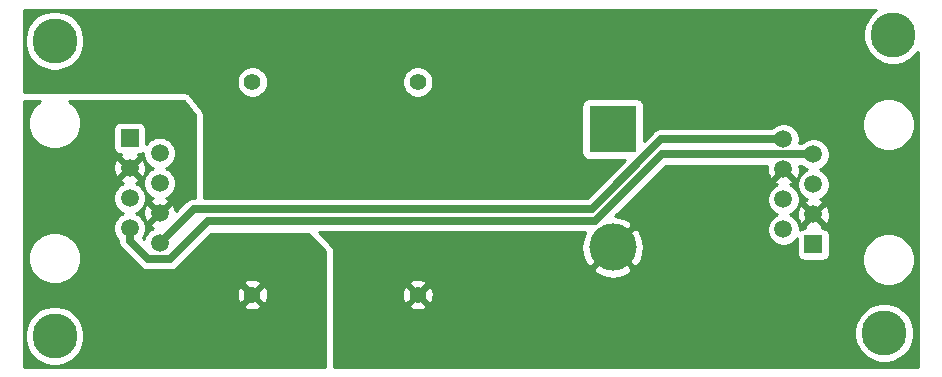
<source format=gbr>
G04 #@! TF.GenerationSoftware,KiCad,Pcbnew,(5.1.4)-1*
G04 #@! TF.CreationDate,2020-02-14T11:12:35-05:00*
G04 #@! TF.ProjectId,PowerFilter,506f7765-7246-4696-9c74-65722e6b6963,rev?*
G04 #@! TF.SameCoordinates,Original*
G04 #@! TF.FileFunction,Copper,L2,Bot*
G04 #@! TF.FilePolarity,Positive*
%FSLAX46Y46*%
G04 Gerber Fmt 4.6, Leading zero omitted, Abs format (unit mm)*
G04 Created by KiCad (PCBNEW (5.1.4)-1) date 2020-02-14 11:12:35*
%MOMM*%
%LPD*%
G04 APERTURE LIST*
%ADD10C,1.400000*%
%ADD11C,3.800000*%
%ADD12C,1.500000*%
%ADD13R,1.500000X1.500000*%
%ADD14C,4.000000*%
%ADD15R,4.000000X4.000000*%
%ADD16C,0.635000*%
%ADD17C,0.254000*%
G04 APERTURE END LIST*
D10*
X92000000Y-61250000D03*
X78000000Y-61250000D03*
X92000000Y-79250000D03*
X78000000Y-79250000D03*
D11*
X132250000Y-57250000D03*
X131500000Y-82500000D03*
X61250000Y-82750000D03*
X61250000Y-57750000D03*
D12*
X122960000Y-66110000D03*
X125500000Y-67380000D03*
X122960000Y-68650000D03*
X125500000Y-69920000D03*
X122960000Y-71190000D03*
X125500000Y-72460000D03*
X122960000Y-73730000D03*
D13*
X125500000Y-75000000D03*
D12*
X70140000Y-74890000D03*
X67600000Y-73620000D03*
X70140000Y-72350000D03*
X67600000Y-71080000D03*
X70140000Y-69810000D03*
X67600000Y-68540000D03*
X70140000Y-67270000D03*
D13*
X67600000Y-66000000D03*
D14*
X108500000Y-75250000D03*
D15*
X108500000Y-65250000D03*
D16*
X121899340Y-66110000D02*
X122960000Y-66110000D01*
X112640000Y-66110000D02*
X121899340Y-66110000D01*
X106750000Y-72000000D02*
X112640000Y-66110000D01*
X70140000Y-74890000D02*
X73030000Y-72000000D01*
X73030000Y-72000000D02*
X106750000Y-72000000D01*
X124439340Y-67380000D02*
X125500000Y-67380000D01*
X112644098Y-67380000D02*
X124439340Y-67380000D01*
X67600000Y-74680660D02*
X69169340Y-76250000D01*
X67600000Y-73620000D02*
X67600000Y-74680660D01*
X71000000Y-76250000D02*
X74250000Y-73000000D01*
X74250000Y-73000000D02*
X107024098Y-73000000D01*
X69169340Y-76250000D02*
X71000000Y-76250000D01*
X107024098Y-73000000D02*
X112644098Y-67380000D01*
D17*
G36*
X130634032Y-55280937D02*
G01*
X130280937Y-55634032D01*
X130003512Y-56049227D01*
X129812418Y-56510568D01*
X129715000Y-57000324D01*
X129715000Y-57499676D01*
X129812418Y-57989432D01*
X130003512Y-58450773D01*
X130280937Y-58865968D01*
X130634032Y-59219063D01*
X131049227Y-59496488D01*
X131510568Y-59687582D01*
X132000324Y-59785000D01*
X132499676Y-59785000D01*
X132989432Y-59687582D01*
X133450773Y-59496488D01*
X133865968Y-59219063D01*
X134219063Y-58865968D01*
X134340001Y-58684972D01*
X134340000Y-85340000D01*
X84885000Y-85340000D01*
X84885000Y-82250324D01*
X128965000Y-82250324D01*
X128965000Y-82749676D01*
X129062418Y-83239432D01*
X129253512Y-83700773D01*
X129530937Y-84115968D01*
X129884032Y-84469063D01*
X130299227Y-84746488D01*
X130760568Y-84937582D01*
X131250324Y-85035000D01*
X131749676Y-85035000D01*
X132239432Y-84937582D01*
X132700773Y-84746488D01*
X133115968Y-84469063D01*
X133469063Y-84115968D01*
X133746488Y-83700773D01*
X133937582Y-83239432D01*
X134035000Y-82749676D01*
X134035000Y-82250324D01*
X133937582Y-81760568D01*
X133746488Y-81299227D01*
X133469063Y-80884032D01*
X133115968Y-80530937D01*
X132700773Y-80253512D01*
X132239432Y-80062418D01*
X131749676Y-79965000D01*
X131250324Y-79965000D01*
X130760568Y-80062418D01*
X130299227Y-80253512D01*
X129884032Y-80530937D01*
X129530937Y-80884032D01*
X129253512Y-81299227D01*
X129062418Y-81760568D01*
X128965000Y-82250324D01*
X84885000Y-82250324D01*
X84885000Y-80171269D01*
X91258336Y-80171269D01*
X91317797Y-80405037D01*
X91556242Y-80515934D01*
X91811740Y-80578183D01*
X92074473Y-80589390D01*
X92334344Y-80549125D01*
X92581366Y-80458935D01*
X92682203Y-80405037D01*
X92741664Y-80171269D01*
X92000000Y-79429605D01*
X91258336Y-80171269D01*
X84885000Y-80171269D01*
X84885000Y-79324473D01*
X90660610Y-79324473D01*
X90700875Y-79584344D01*
X90791065Y-79831366D01*
X90844963Y-79932203D01*
X91078731Y-79991664D01*
X91820395Y-79250000D01*
X92179605Y-79250000D01*
X92921269Y-79991664D01*
X93155037Y-79932203D01*
X93265934Y-79693758D01*
X93328183Y-79438260D01*
X93339390Y-79175527D01*
X93299125Y-78915656D01*
X93208935Y-78668634D01*
X93155037Y-78567797D01*
X92921269Y-78508336D01*
X92179605Y-79250000D01*
X91820395Y-79250000D01*
X91078731Y-78508336D01*
X90844963Y-78567797D01*
X90734066Y-78806242D01*
X90671817Y-79061740D01*
X90660610Y-79324473D01*
X84885000Y-79324473D01*
X84885000Y-78328731D01*
X91258336Y-78328731D01*
X92000000Y-79070395D01*
X92741664Y-78328731D01*
X92682203Y-78094963D01*
X92443758Y-77984066D01*
X92188260Y-77921817D01*
X91925527Y-77910610D01*
X91665656Y-77950875D01*
X91418634Y-78041065D01*
X91317797Y-78094963D01*
X91258336Y-78328731D01*
X84885000Y-78328731D01*
X84885000Y-77097499D01*
X106832106Y-77097499D01*
X107048228Y-77464258D01*
X107508105Y-77704938D01*
X108006098Y-77851275D01*
X108523071Y-77897648D01*
X109039159Y-77842273D01*
X109534526Y-77687279D01*
X109951772Y-77464258D01*
X110167894Y-77097499D01*
X108500000Y-75429605D01*
X106832106Y-77097499D01*
X84885000Y-77097499D01*
X84885000Y-75500000D01*
X84872799Y-75376118D01*
X84836664Y-75256996D01*
X84777983Y-75147213D01*
X84699013Y-75050987D01*
X83600526Y-73952500D01*
X106205003Y-73952500D01*
X106045062Y-74258105D01*
X105898725Y-74756098D01*
X105852352Y-75273071D01*
X105907727Y-75789159D01*
X106062721Y-76284526D01*
X106285742Y-76701772D01*
X106652501Y-76917894D01*
X108320395Y-75250000D01*
X108679605Y-75250000D01*
X110347499Y-76917894D01*
X110714258Y-76701772D01*
X110954938Y-76241895D01*
X111101275Y-75743902D01*
X111147648Y-75226929D01*
X111092273Y-74710841D01*
X110937279Y-74215474D01*
X110714258Y-73798228D01*
X110347499Y-73582106D01*
X108679605Y-75250000D01*
X108320395Y-75250000D01*
X108306253Y-75235858D01*
X108485858Y-75056253D01*
X108500000Y-75070395D01*
X110167894Y-73402501D01*
X109951772Y-73035742D01*
X109491895Y-72795062D01*
X108993902Y-72648725D01*
X108744760Y-72626377D01*
X110317548Y-71053589D01*
X121575000Y-71053589D01*
X121575000Y-71326411D01*
X121628225Y-71593989D01*
X121732629Y-71846043D01*
X121884201Y-72072886D01*
X122077114Y-72265799D01*
X122303957Y-72417371D01*
X122406873Y-72460000D01*
X122303957Y-72502629D01*
X122077114Y-72654201D01*
X121884201Y-72847114D01*
X121732629Y-73073957D01*
X121628225Y-73326011D01*
X121575000Y-73593589D01*
X121575000Y-73866411D01*
X121628225Y-74133989D01*
X121732629Y-74386043D01*
X121884201Y-74612886D01*
X122077114Y-74805799D01*
X122303957Y-74957371D01*
X122556011Y-75061775D01*
X122823589Y-75115000D01*
X123096411Y-75115000D01*
X123363989Y-75061775D01*
X123616043Y-74957371D01*
X123842886Y-74805799D01*
X124035799Y-74612886D01*
X124111928Y-74498951D01*
X124111928Y-75750000D01*
X124124188Y-75874482D01*
X124160498Y-75994180D01*
X124219463Y-76104494D01*
X124298815Y-76201185D01*
X124395506Y-76280537D01*
X124505820Y-76339502D01*
X124625518Y-76375812D01*
X124750000Y-76388072D01*
X126250000Y-76388072D01*
X126374482Y-76375812D01*
X126494180Y-76339502D01*
X126604494Y-76280537D01*
X126701185Y-76201185D01*
X126780537Y-76104494D01*
X126809733Y-76049872D01*
X129615000Y-76049872D01*
X129615000Y-76490128D01*
X129700890Y-76921925D01*
X129869369Y-77328669D01*
X130113962Y-77694729D01*
X130425271Y-78006038D01*
X130791331Y-78250631D01*
X131198075Y-78419110D01*
X131629872Y-78505000D01*
X132070128Y-78505000D01*
X132501925Y-78419110D01*
X132908669Y-78250631D01*
X133274729Y-78006038D01*
X133586038Y-77694729D01*
X133830631Y-77328669D01*
X133999110Y-76921925D01*
X134085000Y-76490128D01*
X134085000Y-76049872D01*
X133999110Y-75618075D01*
X133830631Y-75211331D01*
X133586038Y-74845271D01*
X133274729Y-74533962D01*
X132908669Y-74289369D01*
X132501925Y-74120890D01*
X132070128Y-74035000D01*
X131629872Y-74035000D01*
X131198075Y-74120890D01*
X130791331Y-74289369D01*
X130425271Y-74533962D01*
X130113962Y-74845271D01*
X129869369Y-75211331D01*
X129700890Y-75618075D01*
X129615000Y-76049872D01*
X126809733Y-76049872D01*
X126839502Y-75994180D01*
X126875812Y-75874482D01*
X126888072Y-75750000D01*
X126888072Y-74250000D01*
X126875812Y-74125518D01*
X126839502Y-74005820D01*
X126780537Y-73895506D01*
X126701185Y-73798815D01*
X126604494Y-73719463D01*
X126494180Y-73660498D01*
X126374482Y-73624188D01*
X126250000Y-73611928D01*
X126223914Y-73611928D01*
X126277388Y-73416993D01*
X125500000Y-72639605D01*
X124722612Y-73416993D01*
X124776086Y-73611928D01*
X124750000Y-73611928D01*
X124625518Y-73624188D01*
X124505820Y-73660498D01*
X124395506Y-73719463D01*
X124345000Y-73760912D01*
X124345000Y-73593589D01*
X124291775Y-73326011D01*
X124187371Y-73073957D01*
X124035799Y-72847114D01*
X123842886Y-72654201D01*
X123660737Y-72532492D01*
X124110188Y-72532492D01*
X124151035Y-72802238D01*
X124243723Y-73058832D01*
X124304140Y-73171863D01*
X124543007Y-73237388D01*
X125320395Y-72460000D01*
X125679605Y-72460000D01*
X126456993Y-73237388D01*
X126695860Y-73171863D01*
X126811760Y-72924884D01*
X126877250Y-72660040D01*
X126889812Y-72387508D01*
X126848965Y-72117762D01*
X126756277Y-71861168D01*
X126695860Y-71748137D01*
X126456993Y-71682612D01*
X125679605Y-72460000D01*
X125320395Y-72460000D01*
X124543007Y-71682612D01*
X124304140Y-71748137D01*
X124188240Y-71995116D01*
X124122750Y-72259960D01*
X124110188Y-72532492D01*
X123660737Y-72532492D01*
X123616043Y-72502629D01*
X123513127Y-72460000D01*
X123616043Y-72417371D01*
X123842886Y-72265799D01*
X124035799Y-72072886D01*
X124187371Y-71846043D01*
X124291775Y-71593989D01*
X124345000Y-71326411D01*
X124345000Y-71053589D01*
X124291775Y-70786011D01*
X124187371Y-70533957D01*
X124035799Y-70307114D01*
X123842886Y-70114201D01*
X123616043Y-69962629D01*
X123516721Y-69921489D01*
X123558832Y-69906277D01*
X123671863Y-69845860D01*
X123737388Y-69606993D01*
X122960000Y-68829605D01*
X122182612Y-69606993D01*
X122248137Y-69845860D01*
X122406477Y-69920164D01*
X122303957Y-69962629D01*
X122077114Y-70114201D01*
X121884201Y-70307114D01*
X121732629Y-70533957D01*
X121628225Y-70786011D01*
X121575000Y-71053589D01*
X110317548Y-71053589D01*
X113038637Y-68332500D01*
X121611795Y-68332500D01*
X121582750Y-68449960D01*
X121570188Y-68722492D01*
X121611035Y-68992238D01*
X121703723Y-69248832D01*
X121764140Y-69361863D01*
X122003007Y-69427388D01*
X122780395Y-68650000D01*
X122766253Y-68635858D01*
X122945858Y-68456253D01*
X122960000Y-68470395D01*
X122974143Y-68456253D01*
X123153748Y-68635858D01*
X123139605Y-68650000D01*
X123916993Y-69427388D01*
X124155860Y-69361863D01*
X124271760Y-69114884D01*
X124337250Y-68850040D01*
X124349812Y-68577508D01*
X124312711Y-68332500D01*
X124493815Y-68332500D01*
X124617114Y-68455799D01*
X124843957Y-68607371D01*
X124946873Y-68650000D01*
X124843957Y-68692629D01*
X124617114Y-68844201D01*
X124424201Y-69037114D01*
X124272629Y-69263957D01*
X124168225Y-69516011D01*
X124115000Y-69783589D01*
X124115000Y-70056411D01*
X124168225Y-70323989D01*
X124272629Y-70576043D01*
X124424201Y-70802886D01*
X124617114Y-70995799D01*
X124843957Y-71147371D01*
X124943279Y-71188511D01*
X124901168Y-71203723D01*
X124788137Y-71264140D01*
X124722612Y-71503007D01*
X125500000Y-72280395D01*
X126277388Y-71503007D01*
X126211863Y-71264140D01*
X126053523Y-71189836D01*
X126156043Y-71147371D01*
X126382886Y-70995799D01*
X126575799Y-70802886D01*
X126727371Y-70576043D01*
X126831775Y-70323989D01*
X126885000Y-70056411D01*
X126885000Y-69783589D01*
X126831775Y-69516011D01*
X126727371Y-69263957D01*
X126575799Y-69037114D01*
X126382886Y-68844201D01*
X126156043Y-68692629D01*
X126053127Y-68650000D01*
X126156043Y-68607371D01*
X126382886Y-68455799D01*
X126575799Y-68262886D01*
X126727371Y-68036043D01*
X126831775Y-67783989D01*
X126885000Y-67516411D01*
X126885000Y-67243589D01*
X126831775Y-66976011D01*
X126727371Y-66723957D01*
X126575799Y-66497114D01*
X126382886Y-66304201D01*
X126156043Y-66152629D01*
X125903989Y-66048225D01*
X125636411Y-65995000D01*
X125363589Y-65995000D01*
X125096011Y-66048225D01*
X124843957Y-66152629D01*
X124617114Y-66304201D01*
X124493815Y-66427500D01*
X124308979Y-66427500D01*
X124345000Y-66246411D01*
X124345000Y-65973589D01*
X124291775Y-65706011D01*
X124187371Y-65453957D01*
X124035799Y-65227114D01*
X123842886Y-65034201D01*
X123616043Y-64882629D01*
X123363989Y-64778225D01*
X123096411Y-64725000D01*
X122823589Y-64725000D01*
X122556011Y-64778225D01*
X122303957Y-64882629D01*
X122077114Y-65034201D01*
X121953815Y-65157500D01*
X112686785Y-65157500D01*
X112640000Y-65152892D01*
X112593215Y-65157500D01*
X112453277Y-65171283D01*
X112273731Y-65225748D01*
X112108259Y-65314194D01*
X111963222Y-65433222D01*
X111933397Y-65469564D01*
X111138072Y-66264889D01*
X111138072Y-64619872D01*
X129615000Y-64619872D01*
X129615000Y-65060128D01*
X129700890Y-65491925D01*
X129869369Y-65898669D01*
X130113962Y-66264729D01*
X130425271Y-66576038D01*
X130791331Y-66820631D01*
X131198075Y-66989110D01*
X131629872Y-67075000D01*
X132070128Y-67075000D01*
X132501925Y-66989110D01*
X132908669Y-66820631D01*
X133274729Y-66576038D01*
X133586038Y-66264729D01*
X133830631Y-65898669D01*
X133999110Y-65491925D01*
X134085000Y-65060128D01*
X134085000Y-64619872D01*
X133999110Y-64188075D01*
X133830631Y-63781331D01*
X133586038Y-63415271D01*
X133274729Y-63103962D01*
X132908669Y-62859369D01*
X132501925Y-62690890D01*
X132070128Y-62605000D01*
X131629872Y-62605000D01*
X131198075Y-62690890D01*
X130791331Y-62859369D01*
X130425271Y-63103962D01*
X130113962Y-63415271D01*
X129869369Y-63781331D01*
X129700890Y-64188075D01*
X129615000Y-64619872D01*
X111138072Y-64619872D01*
X111138072Y-63250000D01*
X111125812Y-63125518D01*
X111089502Y-63005820D01*
X111030537Y-62895506D01*
X110951185Y-62798815D01*
X110854494Y-62719463D01*
X110744180Y-62660498D01*
X110624482Y-62624188D01*
X110500000Y-62611928D01*
X106500000Y-62611928D01*
X106375518Y-62624188D01*
X106255820Y-62660498D01*
X106145506Y-62719463D01*
X106048815Y-62798815D01*
X105969463Y-62895506D01*
X105910498Y-63005820D01*
X105874188Y-63125518D01*
X105861928Y-63250000D01*
X105861928Y-67250000D01*
X105874188Y-67374482D01*
X105910498Y-67494180D01*
X105969463Y-67604494D01*
X106048815Y-67701185D01*
X106145506Y-67780537D01*
X106255820Y-67839502D01*
X106375518Y-67875812D01*
X106500000Y-67888072D01*
X109514889Y-67888072D01*
X106355462Y-71047500D01*
X73885000Y-71047500D01*
X73885000Y-64000000D01*
X73859911Y-63823268D01*
X73813713Y-63707677D01*
X73745852Y-63603319D01*
X72745852Y-62353319D01*
X72699013Y-62300987D01*
X72602787Y-62222017D01*
X72493004Y-62163336D01*
X72373882Y-62127201D01*
X72250000Y-62115000D01*
X58660000Y-62115000D01*
X58660000Y-61118514D01*
X76665000Y-61118514D01*
X76665000Y-61381486D01*
X76716304Y-61639405D01*
X76816939Y-61882359D01*
X76963038Y-62101013D01*
X77148987Y-62286962D01*
X77367641Y-62433061D01*
X77610595Y-62533696D01*
X77868514Y-62585000D01*
X78131486Y-62585000D01*
X78389405Y-62533696D01*
X78632359Y-62433061D01*
X78851013Y-62286962D01*
X79036962Y-62101013D01*
X79183061Y-61882359D01*
X79283696Y-61639405D01*
X79335000Y-61381486D01*
X79335000Y-61118514D01*
X90665000Y-61118514D01*
X90665000Y-61381486D01*
X90716304Y-61639405D01*
X90816939Y-61882359D01*
X90963038Y-62101013D01*
X91148987Y-62286962D01*
X91367641Y-62433061D01*
X91610595Y-62533696D01*
X91868514Y-62585000D01*
X92131486Y-62585000D01*
X92389405Y-62533696D01*
X92632359Y-62433061D01*
X92851013Y-62286962D01*
X93036962Y-62101013D01*
X93183061Y-61882359D01*
X93283696Y-61639405D01*
X93335000Y-61381486D01*
X93335000Y-61118514D01*
X93283696Y-60860595D01*
X93183061Y-60617641D01*
X93036962Y-60398987D01*
X92851013Y-60213038D01*
X92632359Y-60066939D01*
X92389405Y-59966304D01*
X92131486Y-59915000D01*
X91868514Y-59915000D01*
X91610595Y-59966304D01*
X91367641Y-60066939D01*
X91148987Y-60213038D01*
X90963038Y-60398987D01*
X90816939Y-60617641D01*
X90716304Y-60860595D01*
X90665000Y-61118514D01*
X79335000Y-61118514D01*
X79283696Y-60860595D01*
X79183061Y-60617641D01*
X79036962Y-60398987D01*
X78851013Y-60213038D01*
X78632359Y-60066939D01*
X78389405Y-59966304D01*
X78131486Y-59915000D01*
X77868514Y-59915000D01*
X77610595Y-59966304D01*
X77367641Y-60066939D01*
X77148987Y-60213038D01*
X76963038Y-60398987D01*
X76816939Y-60617641D01*
X76716304Y-60860595D01*
X76665000Y-61118514D01*
X58660000Y-61118514D01*
X58660000Y-57500324D01*
X58715000Y-57500324D01*
X58715000Y-57999676D01*
X58812418Y-58489432D01*
X59003512Y-58950773D01*
X59280937Y-59365968D01*
X59634032Y-59719063D01*
X60049227Y-59996488D01*
X60510568Y-60187582D01*
X61000324Y-60285000D01*
X61499676Y-60285000D01*
X61989432Y-60187582D01*
X62450773Y-59996488D01*
X62865968Y-59719063D01*
X63219063Y-59365968D01*
X63496488Y-58950773D01*
X63687582Y-58489432D01*
X63785000Y-57999676D01*
X63785000Y-57500324D01*
X63687582Y-57010568D01*
X63496488Y-56549227D01*
X63219063Y-56134032D01*
X62865968Y-55780937D01*
X62450773Y-55503512D01*
X61989432Y-55312418D01*
X61499676Y-55215000D01*
X61000324Y-55215000D01*
X60510568Y-55312418D01*
X60049227Y-55503512D01*
X59634032Y-55780937D01*
X59280937Y-56134032D01*
X59003512Y-56549227D01*
X58812418Y-57010568D01*
X58715000Y-57500324D01*
X58660000Y-57500324D01*
X58660000Y-55160000D01*
X130815027Y-55160000D01*
X130634032Y-55280937D01*
X130634032Y-55280937D01*
G37*
X130634032Y-55280937D02*
X130280937Y-55634032D01*
X130003512Y-56049227D01*
X129812418Y-56510568D01*
X129715000Y-57000324D01*
X129715000Y-57499676D01*
X129812418Y-57989432D01*
X130003512Y-58450773D01*
X130280937Y-58865968D01*
X130634032Y-59219063D01*
X131049227Y-59496488D01*
X131510568Y-59687582D01*
X132000324Y-59785000D01*
X132499676Y-59785000D01*
X132989432Y-59687582D01*
X133450773Y-59496488D01*
X133865968Y-59219063D01*
X134219063Y-58865968D01*
X134340001Y-58684972D01*
X134340000Y-85340000D01*
X84885000Y-85340000D01*
X84885000Y-82250324D01*
X128965000Y-82250324D01*
X128965000Y-82749676D01*
X129062418Y-83239432D01*
X129253512Y-83700773D01*
X129530937Y-84115968D01*
X129884032Y-84469063D01*
X130299227Y-84746488D01*
X130760568Y-84937582D01*
X131250324Y-85035000D01*
X131749676Y-85035000D01*
X132239432Y-84937582D01*
X132700773Y-84746488D01*
X133115968Y-84469063D01*
X133469063Y-84115968D01*
X133746488Y-83700773D01*
X133937582Y-83239432D01*
X134035000Y-82749676D01*
X134035000Y-82250324D01*
X133937582Y-81760568D01*
X133746488Y-81299227D01*
X133469063Y-80884032D01*
X133115968Y-80530937D01*
X132700773Y-80253512D01*
X132239432Y-80062418D01*
X131749676Y-79965000D01*
X131250324Y-79965000D01*
X130760568Y-80062418D01*
X130299227Y-80253512D01*
X129884032Y-80530937D01*
X129530937Y-80884032D01*
X129253512Y-81299227D01*
X129062418Y-81760568D01*
X128965000Y-82250324D01*
X84885000Y-82250324D01*
X84885000Y-80171269D01*
X91258336Y-80171269D01*
X91317797Y-80405037D01*
X91556242Y-80515934D01*
X91811740Y-80578183D01*
X92074473Y-80589390D01*
X92334344Y-80549125D01*
X92581366Y-80458935D01*
X92682203Y-80405037D01*
X92741664Y-80171269D01*
X92000000Y-79429605D01*
X91258336Y-80171269D01*
X84885000Y-80171269D01*
X84885000Y-79324473D01*
X90660610Y-79324473D01*
X90700875Y-79584344D01*
X90791065Y-79831366D01*
X90844963Y-79932203D01*
X91078731Y-79991664D01*
X91820395Y-79250000D01*
X92179605Y-79250000D01*
X92921269Y-79991664D01*
X93155037Y-79932203D01*
X93265934Y-79693758D01*
X93328183Y-79438260D01*
X93339390Y-79175527D01*
X93299125Y-78915656D01*
X93208935Y-78668634D01*
X93155037Y-78567797D01*
X92921269Y-78508336D01*
X92179605Y-79250000D01*
X91820395Y-79250000D01*
X91078731Y-78508336D01*
X90844963Y-78567797D01*
X90734066Y-78806242D01*
X90671817Y-79061740D01*
X90660610Y-79324473D01*
X84885000Y-79324473D01*
X84885000Y-78328731D01*
X91258336Y-78328731D01*
X92000000Y-79070395D01*
X92741664Y-78328731D01*
X92682203Y-78094963D01*
X92443758Y-77984066D01*
X92188260Y-77921817D01*
X91925527Y-77910610D01*
X91665656Y-77950875D01*
X91418634Y-78041065D01*
X91317797Y-78094963D01*
X91258336Y-78328731D01*
X84885000Y-78328731D01*
X84885000Y-77097499D01*
X106832106Y-77097499D01*
X107048228Y-77464258D01*
X107508105Y-77704938D01*
X108006098Y-77851275D01*
X108523071Y-77897648D01*
X109039159Y-77842273D01*
X109534526Y-77687279D01*
X109951772Y-77464258D01*
X110167894Y-77097499D01*
X108500000Y-75429605D01*
X106832106Y-77097499D01*
X84885000Y-77097499D01*
X84885000Y-75500000D01*
X84872799Y-75376118D01*
X84836664Y-75256996D01*
X84777983Y-75147213D01*
X84699013Y-75050987D01*
X83600526Y-73952500D01*
X106205003Y-73952500D01*
X106045062Y-74258105D01*
X105898725Y-74756098D01*
X105852352Y-75273071D01*
X105907727Y-75789159D01*
X106062721Y-76284526D01*
X106285742Y-76701772D01*
X106652501Y-76917894D01*
X108320395Y-75250000D01*
X108679605Y-75250000D01*
X110347499Y-76917894D01*
X110714258Y-76701772D01*
X110954938Y-76241895D01*
X111101275Y-75743902D01*
X111147648Y-75226929D01*
X111092273Y-74710841D01*
X110937279Y-74215474D01*
X110714258Y-73798228D01*
X110347499Y-73582106D01*
X108679605Y-75250000D01*
X108320395Y-75250000D01*
X108306253Y-75235858D01*
X108485858Y-75056253D01*
X108500000Y-75070395D01*
X110167894Y-73402501D01*
X109951772Y-73035742D01*
X109491895Y-72795062D01*
X108993902Y-72648725D01*
X108744760Y-72626377D01*
X110317548Y-71053589D01*
X121575000Y-71053589D01*
X121575000Y-71326411D01*
X121628225Y-71593989D01*
X121732629Y-71846043D01*
X121884201Y-72072886D01*
X122077114Y-72265799D01*
X122303957Y-72417371D01*
X122406873Y-72460000D01*
X122303957Y-72502629D01*
X122077114Y-72654201D01*
X121884201Y-72847114D01*
X121732629Y-73073957D01*
X121628225Y-73326011D01*
X121575000Y-73593589D01*
X121575000Y-73866411D01*
X121628225Y-74133989D01*
X121732629Y-74386043D01*
X121884201Y-74612886D01*
X122077114Y-74805799D01*
X122303957Y-74957371D01*
X122556011Y-75061775D01*
X122823589Y-75115000D01*
X123096411Y-75115000D01*
X123363989Y-75061775D01*
X123616043Y-74957371D01*
X123842886Y-74805799D01*
X124035799Y-74612886D01*
X124111928Y-74498951D01*
X124111928Y-75750000D01*
X124124188Y-75874482D01*
X124160498Y-75994180D01*
X124219463Y-76104494D01*
X124298815Y-76201185D01*
X124395506Y-76280537D01*
X124505820Y-76339502D01*
X124625518Y-76375812D01*
X124750000Y-76388072D01*
X126250000Y-76388072D01*
X126374482Y-76375812D01*
X126494180Y-76339502D01*
X126604494Y-76280537D01*
X126701185Y-76201185D01*
X126780537Y-76104494D01*
X126809733Y-76049872D01*
X129615000Y-76049872D01*
X129615000Y-76490128D01*
X129700890Y-76921925D01*
X129869369Y-77328669D01*
X130113962Y-77694729D01*
X130425271Y-78006038D01*
X130791331Y-78250631D01*
X131198075Y-78419110D01*
X131629872Y-78505000D01*
X132070128Y-78505000D01*
X132501925Y-78419110D01*
X132908669Y-78250631D01*
X133274729Y-78006038D01*
X133586038Y-77694729D01*
X133830631Y-77328669D01*
X133999110Y-76921925D01*
X134085000Y-76490128D01*
X134085000Y-76049872D01*
X133999110Y-75618075D01*
X133830631Y-75211331D01*
X133586038Y-74845271D01*
X133274729Y-74533962D01*
X132908669Y-74289369D01*
X132501925Y-74120890D01*
X132070128Y-74035000D01*
X131629872Y-74035000D01*
X131198075Y-74120890D01*
X130791331Y-74289369D01*
X130425271Y-74533962D01*
X130113962Y-74845271D01*
X129869369Y-75211331D01*
X129700890Y-75618075D01*
X129615000Y-76049872D01*
X126809733Y-76049872D01*
X126839502Y-75994180D01*
X126875812Y-75874482D01*
X126888072Y-75750000D01*
X126888072Y-74250000D01*
X126875812Y-74125518D01*
X126839502Y-74005820D01*
X126780537Y-73895506D01*
X126701185Y-73798815D01*
X126604494Y-73719463D01*
X126494180Y-73660498D01*
X126374482Y-73624188D01*
X126250000Y-73611928D01*
X126223914Y-73611928D01*
X126277388Y-73416993D01*
X125500000Y-72639605D01*
X124722612Y-73416993D01*
X124776086Y-73611928D01*
X124750000Y-73611928D01*
X124625518Y-73624188D01*
X124505820Y-73660498D01*
X124395506Y-73719463D01*
X124345000Y-73760912D01*
X124345000Y-73593589D01*
X124291775Y-73326011D01*
X124187371Y-73073957D01*
X124035799Y-72847114D01*
X123842886Y-72654201D01*
X123660737Y-72532492D01*
X124110188Y-72532492D01*
X124151035Y-72802238D01*
X124243723Y-73058832D01*
X124304140Y-73171863D01*
X124543007Y-73237388D01*
X125320395Y-72460000D01*
X125679605Y-72460000D01*
X126456993Y-73237388D01*
X126695860Y-73171863D01*
X126811760Y-72924884D01*
X126877250Y-72660040D01*
X126889812Y-72387508D01*
X126848965Y-72117762D01*
X126756277Y-71861168D01*
X126695860Y-71748137D01*
X126456993Y-71682612D01*
X125679605Y-72460000D01*
X125320395Y-72460000D01*
X124543007Y-71682612D01*
X124304140Y-71748137D01*
X124188240Y-71995116D01*
X124122750Y-72259960D01*
X124110188Y-72532492D01*
X123660737Y-72532492D01*
X123616043Y-72502629D01*
X123513127Y-72460000D01*
X123616043Y-72417371D01*
X123842886Y-72265799D01*
X124035799Y-72072886D01*
X124187371Y-71846043D01*
X124291775Y-71593989D01*
X124345000Y-71326411D01*
X124345000Y-71053589D01*
X124291775Y-70786011D01*
X124187371Y-70533957D01*
X124035799Y-70307114D01*
X123842886Y-70114201D01*
X123616043Y-69962629D01*
X123516721Y-69921489D01*
X123558832Y-69906277D01*
X123671863Y-69845860D01*
X123737388Y-69606993D01*
X122960000Y-68829605D01*
X122182612Y-69606993D01*
X122248137Y-69845860D01*
X122406477Y-69920164D01*
X122303957Y-69962629D01*
X122077114Y-70114201D01*
X121884201Y-70307114D01*
X121732629Y-70533957D01*
X121628225Y-70786011D01*
X121575000Y-71053589D01*
X110317548Y-71053589D01*
X113038637Y-68332500D01*
X121611795Y-68332500D01*
X121582750Y-68449960D01*
X121570188Y-68722492D01*
X121611035Y-68992238D01*
X121703723Y-69248832D01*
X121764140Y-69361863D01*
X122003007Y-69427388D01*
X122780395Y-68650000D01*
X122766253Y-68635858D01*
X122945858Y-68456253D01*
X122960000Y-68470395D01*
X122974143Y-68456253D01*
X123153748Y-68635858D01*
X123139605Y-68650000D01*
X123916993Y-69427388D01*
X124155860Y-69361863D01*
X124271760Y-69114884D01*
X124337250Y-68850040D01*
X124349812Y-68577508D01*
X124312711Y-68332500D01*
X124493815Y-68332500D01*
X124617114Y-68455799D01*
X124843957Y-68607371D01*
X124946873Y-68650000D01*
X124843957Y-68692629D01*
X124617114Y-68844201D01*
X124424201Y-69037114D01*
X124272629Y-69263957D01*
X124168225Y-69516011D01*
X124115000Y-69783589D01*
X124115000Y-70056411D01*
X124168225Y-70323989D01*
X124272629Y-70576043D01*
X124424201Y-70802886D01*
X124617114Y-70995799D01*
X124843957Y-71147371D01*
X124943279Y-71188511D01*
X124901168Y-71203723D01*
X124788137Y-71264140D01*
X124722612Y-71503007D01*
X125500000Y-72280395D01*
X126277388Y-71503007D01*
X126211863Y-71264140D01*
X126053523Y-71189836D01*
X126156043Y-71147371D01*
X126382886Y-70995799D01*
X126575799Y-70802886D01*
X126727371Y-70576043D01*
X126831775Y-70323989D01*
X126885000Y-70056411D01*
X126885000Y-69783589D01*
X126831775Y-69516011D01*
X126727371Y-69263957D01*
X126575799Y-69037114D01*
X126382886Y-68844201D01*
X126156043Y-68692629D01*
X126053127Y-68650000D01*
X126156043Y-68607371D01*
X126382886Y-68455799D01*
X126575799Y-68262886D01*
X126727371Y-68036043D01*
X126831775Y-67783989D01*
X126885000Y-67516411D01*
X126885000Y-67243589D01*
X126831775Y-66976011D01*
X126727371Y-66723957D01*
X126575799Y-66497114D01*
X126382886Y-66304201D01*
X126156043Y-66152629D01*
X125903989Y-66048225D01*
X125636411Y-65995000D01*
X125363589Y-65995000D01*
X125096011Y-66048225D01*
X124843957Y-66152629D01*
X124617114Y-66304201D01*
X124493815Y-66427500D01*
X124308979Y-66427500D01*
X124345000Y-66246411D01*
X124345000Y-65973589D01*
X124291775Y-65706011D01*
X124187371Y-65453957D01*
X124035799Y-65227114D01*
X123842886Y-65034201D01*
X123616043Y-64882629D01*
X123363989Y-64778225D01*
X123096411Y-64725000D01*
X122823589Y-64725000D01*
X122556011Y-64778225D01*
X122303957Y-64882629D01*
X122077114Y-65034201D01*
X121953815Y-65157500D01*
X112686785Y-65157500D01*
X112640000Y-65152892D01*
X112593215Y-65157500D01*
X112453277Y-65171283D01*
X112273731Y-65225748D01*
X112108259Y-65314194D01*
X111963222Y-65433222D01*
X111933397Y-65469564D01*
X111138072Y-66264889D01*
X111138072Y-64619872D01*
X129615000Y-64619872D01*
X129615000Y-65060128D01*
X129700890Y-65491925D01*
X129869369Y-65898669D01*
X130113962Y-66264729D01*
X130425271Y-66576038D01*
X130791331Y-66820631D01*
X131198075Y-66989110D01*
X131629872Y-67075000D01*
X132070128Y-67075000D01*
X132501925Y-66989110D01*
X132908669Y-66820631D01*
X133274729Y-66576038D01*
X133586038Y-66264729D01*
X133830631Y-65898669D01*
X133999110Y-65491925D01*
X134085000Y-65060128D01*
X134085000Y-64619872D01*
X133999110Y-64188075D01*
X133830631Y-63781331D01*
X133586038Y-63415271D01*
X133274729Y-63103962D01*
X132908669Y-62859369D01*
X132501925Y-62690890D01*
X132070128Y-62605000D01*
X131629872Y-62605000D01*
X131198075Y-62690890D01*
X130791331Y-62859369D01*
X130425271Y-63103962D01*
X130113962Y-63415271D01*
X129869369Y-63781331D01*
X129700890Y-64188075D01*
X129615000Y-64619872D01*
X111138072Y-64619872D01*
X111138072Y-63250000D01*
X111125812Y-63125518D01*
X111089502Y-63005820D01*
X111030537Y-62895506D01*
X110951185Y-62798815D01*
X110854494Y-62719463D01*
X110744180Y-62660498D01*
X110624482Y-62624188D01*
X110500000Y-62611928D01*
X106500000Y-62611928D01*
X106375518Y-62624188D01*
X106255820Y-62660498D01*
X106145506Y-62719463D01*
X106048815Y-62798815D01*
X105969463Y-62895506D01*
X105910498Y-63005820D01*
X105874188Y-63125518D01*
X105861928Y-63250000D01*
X105861928Y-67250000D01*
X105874188Y-67374482D01*
X105910498Y-67494180D01*
X105969463Y-67604494D01*
X106048815Y-67701185D01*
X106145506Y-67780537D01*
X106255820Y-67839502D01*
X106375518Y-67875812D01*
X106500000Y-67888072D01*
X109514889Y-67888072D01*
X106355462Y-71047500D01*
X73885000Y-71047500D01*
X73885000Y-64000000D01*
X73859911Y-63823268D01*
X73813713Y-63707677D01*
X73745852Y-63603319D01*
X72745852Y-62353319D01*
X72699013Y-62300987D01*
X72602787Y-62222017D01*
X72493004Y-62163336D01*
X72373882Y-62127201D01*
X72250000Y-62115000D01*
X58660000Y-62115000D01*
X58660000Y-61118514D01*
X76665000Y-61118514D01*
X76665000Y-61381486D01*
X76716304Y-61639405D01*
X76816939Y-61882359D01*
X76963038Y-62101013D01*
X77148987Y-62286962D01*
X77367641Y-62433061D01*
X77610595Y-62533696D01*
X77868514Y-62585000D01*
X78131486Y-62585000D01*
X78389405Y-62533696D01*
X78632359Y-62433061D01*
X78851013Y-62286962D01*
X79036962Y-62101013D01*
X79183061Y-61882359D01*
X79283696Y-61639405D01*
X79335000Y-61381486D01*
X79335000Y-61118514D01*
X90665000Y-61118514D01*
X90665000Y-61381486D01*
X90716304Y-61639405D01*
X90816939Y-61882359D01*
X90963038Y-62101013D01*
X91148987Y-62286962D01*
X91367641Y-62433061D01*
X91610595Y-62533696D01*
X91868514Y-62585000D01*
X92131486Y-62585000D01*
X92389405Y-62533696D01*
X92632359Y-62433061D01*
X92851013Y-62286962D01*
X93036962Y-62101013D01*
X93183061Y-61882359D01*
X93283696Y-61639405D01*
X93335000Y-61381486D01*
X93335000Y-61118514D01*
X93283696Y-60860595D01*
X93183061Y-60617641D01*
X93036962Y-60398987D01*
X92851013Y-60213038D01*
X92632359Y-60066939D01*
X92389405Y-59966304D01*
X92131486Y-59915000D01*
X91868514Y-59915000D01*
X91610595Y-59966304D01*
X91367641Y-60066939D01*
X91148987Y-60213038D01*
X90963038Y-60398987D01*
X90816939Y-60617641D01*
X90716304Y-60860595D01*
X90665000Y-61118514D01*
X79335000Y-61118514D01*
X79283696Y-60860595D01*
X79183061Y-60617641D01*
X79036962Y-60398987D01*
X78851013Y-60213038D01*
X78632359Y-60066939D01*
X78389405Y-59966304D01*
X78131486Y-59915000D01*
X77868514Y-59915000D01*
X77610595Y-59966304D01*
X77367641Y-60066939D01*
X77148987Y-60213038D01*
X76963038Y-60398987D01*
X76816939Y-60617641D01*
X76716304Y-60860595D01*
X76665000Y-61118514D01*
X58660000Y-61118514D01*
X58660000Y-57500324D01*
X58715000Y-57500324D01*
X58715000Y-57999676D01*
X58812418Y-58489432D01*
X59003512Y-58950773D01*
X59280937Y-59365968D01*
X59634032Y-59719063D01*
X60049227Y-59996488D01*
X60510568Y-60187582D01*
X61000324Y-60285000D01*
X61499676Y-60285000D01*
X61989432Y-60187582D01*
X62450773Y-59996488D01*
X62865968Y-59719063D01*
X63219063Y-59365968D01*
X63496488Y-58950773D01*
X63687582Y-58489432D01*
X63785000Y-57999676D01*
X63785000Y-57500324D01*
X63687582Y-57010568D01*
X63496488Y-56549227D01*
X63219063Y-56134032D01*
X62865968Y-55780937D01*
X62450773Y-55503512D01*
X61989432Y-55312418D01*
X61499676Y-55215000D01*
X61000324Y-55215000D01*
X60510568Y-55312418D01*
X60049227Y-55503512D01*
X59634032Y-55780937D01*
X59280937Y-56134032D01*
X59003512Y-56549227D01*
X58812418Y-57010568D01*
X58715000Y-57500324D01*
X58660000Y-57500324D01*
X58660000Y-55160000D01*
X130815027Y-55160000D01*
X130634032Y-55280937D01*
G36*
X59825271Y-62993962D02*
G01*
X59513962Y-63305271D01*
X59269369Y-63671331D01*
X59100890Y-64078075D01*
X59015000Y-64509872D01*
X59015000Y-64950128D01*
X59100890Y-65381925D01*
X59269369Y-65788669D01*
X59513962Y-66154729D01*
X59825271Y-66466038D01*
X60191331Y-66710631D01*
X60598075Y-66879110D01*
X61029872Y-66965000D01*
X61470128Y-66965000D01*
X61901925Y-66879110D01*
X62308669Y-66710631D01*
X62674729Y-66466038D01*
X62986038Y-66154729D01*
X63230631Y-65788669D01*
X63399110Y-65381925D01*
X63425351Y-65250000D01*
X66211928Y-65250000D01*
X66211928Y-66750000D01*
X66224188Y-66874482D01*
X66260498Y-66994180D01*
X66319463Y-67104494D01*
X66398815Y-67201185D01*
X66495506Y-67280537D01*
X66605820Y-67339502D01*
X66725518Y-67375812D01*
X66850000Y-67388072D01*
X66876086Y-67388072D01*
X66822612Y-67583007D01*
X67600000Y-68360395D01*
X68377388Y-67583007D01*
X68323914Y-67388072D01*
X68350000Y-67388072D01*
X68474482Y-67375812D01*
X68594180Y-67339502D01*
X68704494Y-67280537D01*
X68755000Y-67239088D01*
X68755000Y-67406411D01*
X68808225Y-67673989D01*
X68912629Y-67926043D01*
X69064201Y-68152886D01*
X69257114Y-68345799D01*
X69483957Y-68497371D01*
X69586873Y-68540000D01*
X69483957Y-68582629D01*
X69257114Y-68734201D01*
X69064201Y-68927114D01*
X68912629Y-69153957D01*
X68808225Y-69406011D01*
X68755000Y-69673589D01*
X68755000Y-69946411D01*
X68808225Y-70213989D01*
X68912629Y-70466043D01*
X69064201Y-70692886D01*
X69257114Y-70885799D01*
X69483957Y-71037371D01*
X69583279Y-71078511D01*
X69541168Y-71093723D01*
X69428137Y-71154140D01*
X69362612Y-71393007D01*
X70140000Y-72170395D01*
X70917388Y-71393007D01*
X70851863Y-71154140D01*
X70693523Y-71079836D01*
X70796043Y-71037371D01*
X71022886Y-70885799D01*
X71215799Y-70692886D01*
X71367371Y-70466043D01*
X71471775Y-70213989D01*
X71525000Y-69946411D01*
X71525000Y-69673589D01*
X71471775Y-69406011D01*
X71367371Y-69153957D01*
X71215799Y-68927114D01*
X71022886Y-68734201D01*
X70796043Y-68582629D01*
X70693127Y-68540000D01*
X70796043Y-68497371D01*
X71022886Y-68345799D01*
X71215799Y-68152886D01*
X71367371Y-67926043D01*
X71471775Y-67673989D01*
X71525000Y-67406411D01*
X71525000Y-67133589D01*
X71471775Y-66866011D01*
X71367371Y-66613957D01*
X71215799Y-66387114D01*
X71022886Y-66194201D01*
X70796043Y-66042629D01*
X70543989Y-65938225D01*
X70276411Y-65885000D01*
X70003589Y-65885000D01*
X69736011Y-65938225D01*
X69483957Y-66042629D01*
X69257114Y-66194201D01*
X69064201Y-66387114D01*
X68988072Y-66501049D01*
X68988072Y-65250000D01*
X68975812Y-65125518D01*
X68939502Y-65005820D01*
X68880537Y-64895506D01*
X68801185Y-64798815D01*
X68704494Y-64719463D01*
X68594180Y-64660498D01*
X68474482Y-64624188D01*
X68350000Y-64611928D01*
X66850000Y-64611928D01*
X66725518Y-64624188D01*
X66605820Y-64660498D01*
X66495506Y-64719463D01*
X66398815Y-64798815D01*
X66319463Y-64895506D01*
X66260498Y-65005820D01*
X66224188Y-65125518D01*
X66211928Y-65250000D01*
X63425351Y-65250000D01*
X63485000Y-64950128D01*
X63485000Y-64509872D01*
X63399110Y-64078075D01*
X63230631Y-63671331D01*
X62986038Y-63305271D01*
X62674729Y-62993962D01*
X62499683Y-62877000D01*
X72188961Y-62877000D01*
X73123000Y-64044549D01*
X73123000Y-71047500D01*
X73076784Y-71047500D01*
X73029999Y-71042892D01*
X72843277Y-71061283D01*
X72663731Y-71115748D01*
X72498259Y-71204194D01*
X72353222Y-71323222D01*
X72323397Y-71359564D01*
X71513457Y-72169504D01*
X71488965Y-72007762D01*
X71396277Y-71751168D01*
X71335860Y-71638137D01*
X71096993Y-71572612D01*
X70319605Y-72350000D01*
X70333748Y-72364143D01*
X70154143Y-72543748D01*
X70140000Y-72529605D01*
X69362612Y-73306993D01*
X69428137Y-73545860D01*
X69586477Y-73620164D01*
X69483957Y-73662629D01*
X69257114Y-73814201D01*
X69064201Y-74007114D01*
X68912629Y-74233957D01*
X68808225Y-74486011D01*
X68798961Y-74532583D01*
X68713236Y-74446858D01*
X68827371Y-74276043D01*
X68931775Y-74023989D01*
X68985000Y-73756411D01*
X68985000Y-73483589D01*
X68931775Y-73216011D01*
X68827371Y-72963957D01*
X68675799Y-72737114D01*
X68482886Y-72544201D01*
X68300737Y-72422492D01*
X68750188Y-72422492D01*
X68791035Y-72692238D01*
X68883723Y-72948832D01*
X68944140Y-73061863D01*
X69183007Y-73127388D01*
X69960395Y-72350000D01*
X69183007Y-71572612D01*
X68944140Y-71638137D01*
X68828240Y-71885116D01*
X68762750Y-72149960D01*
X68750188Y-72422492D01*
X68300737Y-72422492D01*
X68256043Y-72392629D01*
X68153127Y-72350000D01*
X68256043Y-72307371D01*
X68482886Y-72155799D01*
X68675799Y-71962886D01*
X68827371Y-71736043D01*
X68931775Y-71483989D01*
X68985000Y-71216411D01*
X68985000Y-70943589D01*
X68931775Y-70676011D01*
X68827371Y-70423957D01*
X68675799Y-70197114D01*
X68482886Y-70004201D01*
X68256043Y-69852629D01*
X68156721Y-69811489D01*
X68198832Y-69796277D01*
X68311863Y-69735860D01*
X68377388Y-69496993D01*
X67600000Y-68719605D01*
X66822612Y-69496993D01*
X66888137Y-69735860D01*
X67046477Y-69810164D01*
X66943957Y-69852629D01*
X66717114Y-70004201D01*
X66524201Y-70197114D01*
X66372629Y-70423957D01*
X66268225Y-70676011D01*
X66215000Y-70943589D01*
X66215000Y-71216411D01*
X66268225Y-71483989D01*
X66372629Y-71736043D01*
X66524201Y-71962886D01*
X66717114Y-72155799D01*
X66943957Y-72307371D01*
X67046873Y-72350000D01*
X66943957Y-72392629D01*
X66717114Y-72544201D01*
X66524201Y-72737114D01*
X66372629Y-72963957D01*
X66268225Y-73216011D01*
X66215000Y-73483589D01*
X66215000Y-73756411D01*
X66268225Y-74023989D01*
X66372629Y-74276043D01*
X66524201Y-74502886D01*
X66647501Y-74626186D01*
X66647501Y-74633866D01*
X66642892Y-74680660D01*
X66661283Y-74867382D01*
X66715749Y-75046929D01*
X66731674Y-75076722D01*
X66804195Y-75212401D01*
X66923223Y-75357438D01*
X66959564Y-75387262D01*
X68462737Y-76890436D01*
X68492562Y-76926778D01*
X68637599Y-77045806D01*
X68803071Y-77134252D01*
X68982617Y-77188717D01*
X69169340Y-77207108D01*
X69216125Y-77202500D01*
X70953215Y-77202500D01*
X71000000Y-77207108D01*
X71046785Y-77202500D01*
X71186723Y-77188717D01*
X71366269Y-77134252D01*
X71531741Y-77045806D01*
X71676778Y-76926778D01*
X71706607Y-76890431D01*
X74470039Y-74127000D01*
X82697394Y-74127000D01*
X84123000Y-75552606D01*
X84123000Y-85340000D01*
X58660000Y-85340000D01*
X58660000Y-82500324D01*
X58715000Y-82500324D01*
X58715000Y-82999676D01*
X58812418Y-83489432D01*
X59003512Y-83950773D01*
X59280937Y-84365968D01*
X59634032Y-84719063D01*
X60049227Y-84996488D01*
X60510568Y-85187582D01*
X61000324Y-85285000D01*
X61499676Y-85285000D01*
X61989432Y-85187582D01*
X62450773Y-84996488D01*
X62865968Y-84719063D01*
X63219063Y-84365968D01*
X63496488Y-83950773D01*
X63687582Y-83489432D01*
X63785000Y-82999676D01*
X63785000Y-82500324D01*
X63687582Y-82010568D01*
X63496488Y-81549227D01*
X63219063Y-81134032D01*
X62865968Y-80780937D01*
X62450773Y-80503512D01*
X61989432Y-80312418D01*
X61499676Y-80215000D01*
X61000324Y-80215000D01*
X60510568Y-80312418D01*
X60049227Y-80503512D01*
X59634032Y-80780937D01*
X59280937Y-81134032D01*
X59003512Y-81549227D01*
X58812418Y-82010568D01*
X58715000Y-82500324D01*
X58660000Y-82500324D01*
X58660000Y-80171269D01*
X77258336Y-80171269D01*
X77317797Y-80405037D01*
X77556242Y-80515934D01*
X77811740Y-80578183D01*
X78074473Y-80589390D01*
X78334344Y-80549125D01*
X78581366Y-80458935D01*
X78682203Y-80405037D01*
X78741664Y-80171269D01*
X78000000Y-79429605D01*
X77258336Y-80171269D01*
X58660000Y-80171269D01*
X58660000Y-79324473D01*
X76660610Y-79324473D01*
X76700875Y-79584344D01*
X76791065Y-79831366D01*
X76844963Y-79932203D01*
X77078731Y-79991664D01*
X77820395Y-79250000D01*
X78179605Y-79250000D01*
X78921269Y-79991664D01*
X79155037Y-79932203D01*
X79265934Y-79693758D01*
X79328183Y-79438260D01*
X79339390Y-79175527D01*
X79299125Y-78915656D01*
X79208935Y-78668634D01*
X79155037Y-78567797D01*
X78921269Y-78508336D01*
X78179605Y-79250000D01*
X77820395Y-79250000D01*
X77078731Y-78508336D01*
X76844963Y-78567797D01*
X76734066Y-78806242D01*
X76671817Y-79061740D01*
X76660610Y-79324473D01*
X58660000Y-79324473D01*
X58660000Y-75939872D01*
X59015000Y-75939872D01*
X59015000Y-76380128D01*
X59100890Y-76811925D01*
X59269369Y-77218669D01*
X59513962Y-77584729D01*
X59825271Y-77896038D01*
X60191331Y-78140631D01*
X60598075Y-78309110D01*
X61029872Y-78395000D01*
X61470128Y-78395000D01*
X61803283Y-78328731D01*
X77258336Y-78328731D01*
X78000000Y-79070395D01*
X78741664Y-78328731D01*
X78682203Y-78094963D01*
X78443758Y-77984066D01*
X78188260Y-77921817D01*
X77925527Y-77910610D01*
X77665656Y-77950875D01*
X77418634Y-78041065D01*
X77317797Y-78094963D01*
X77258336Y-78328731D01*
X61803283Y-78328731D01*
X61901925Y-78309110D01*
X62308669Y-78140631D01*
X62674729Y-77896038D01*
X62986038Y-77584729D01*
X63230631Y-77218669D01*
X63399110Y-76811925D01*
X63485000Y-76380128D01*
X63485000Y-75939872D01*
X63399110Y-75508075D01*
X63230631Y-75101331D01*
X62986038Y-74735271D01*
X62674729Y-74423962D01*
X62308669Y-74179369D01*
X61901925Y-74010890D01*
X61470128Y-73925000D01*
X61029872Y-73925000D01*
X60598075Y-74010890D01*
X60191331Y-74179369D01*
X59825271Y-74423962D01*
X59513962Y-74735271D01*
X59269369Y-75101331D01*
X59100890Y-75508075D01*
X59015000Y-75939872D01*
X58660000Y-75939872D01*
X58660000Y-68612492D01*
X66210188Y-68612492D01*
X66251035Y-68882238D01*
X66343723Y-69138832D01*
X66404140Y-69251863D01*
X66643007Y-69317388D01*
X67420395Y-68540000D01*
X67779605Y-68540000D01*
X68556993Y-69317388D01*
X68795860Y-69251863D01*
X68911760Y-69004884D01*
X68977250Y-68740040D01*
X68989812Y-68467508D01*
X68948965Y-68197762D01*
X68856277Y-67941168D01*
X68795860Y-67828137D01*
X68556993Y-67762612D01*
X67779605Y-68540000D01*
X67420395Y-68540000D01*
X66643007Y-67762612D01*
X66404140Y-67828137D01*
X66288240Y-68075116D01*
X66222750Y-68339960D01*
X66210188Y-68612492D01*
X58660000Y-68612492D01*
X58660000Y-62877000D01*
X60000317Y-62877000D01*
X59825271Y-62993962D01*
X59825271Y-62993962D01*
G37*
X59825271Y-62993962D02*
X59513962Y-63305271D01*
X59269369Y-63671331D01*
X59100890Y-64078075D01*
X59015000Y-64509872D01*
X59015000Y-64950128D01*
X59100890Y-65381925D01*
X59269369Y-65788669D01*
X59513962Y-66154729D01*
X59825271Y-66466038D01*
X60191331Y-66710631D01*
X60598075Y-66879110D01*
X61029872Y-66965000D01*
X61470128Y-66965000D01*
X61901925Y-66879110D01*
X62308669Y-66710631D01*
X62674729Y-66466038D01*
X62986038Y-66154729D01*
X63230631Y-65788669D01*
X63399110Y-65381925D01*
X63425351Y-65250000D01*
X66211928Y-65250000D01*
X66211928Y-66750000D01*
X66224188Y-66874482D01*
X66260498Y-66994180D01*
X66319463Y-67104494D01*
X66398815Y-67201185D01*
X66495506Y-67280537D01*
X66605820Y-67339502D01*
X66725518Y-67375812D01*
X66850000Y-67388072D01*
X66876086Y-67388072D01*
X66822612Y-67583007D01*
X67600000Y-68360395D01*
X68377388Y-67583007D01*
X68323914Y-67388072D01*
X68350000Y-67388072D01*
X68474482Y-67375812D01*
X68594180Y-67339502D01*
X68704494Y-67280537D01*
X68755000Y-67239088D01*
X68755000Y-67406411D01*
X68808225Y-67673989D01*
X68912629Y-67926043D01*
X69064201Y-68152886D01*
X69257114Y-68345799D01*
X69483957Y-68497371D01*
X69586873Y-68540000D01*
X69483957Y-68582629D01*
X69257114Y-68734201D01*
X69064201Y-68927114D01*
X68912629Y-69153957D01*
X68808225Y-69406011D01*
X68755000Y-69673589D01*
X68755000Y-69946411D01*
X68808225Y-70213989D01*
X68912629Y-70466043D01*
X69064201Y-70692886D01*
X69257114Y-70885799D01*
X69483957Y-71037371D01*
X69583279Y-71078511D01*
X69541168Y-71093723D01*
X69428137Y-71154140D01*
X69362612Y-71393007D01*
X70140000Y-72170395D01*
X70917388Y-71393007D01*
X70851863Y-71154140D01*
X70693523Y-71079836D01*
X70796043Y-71037371D01*
X71022886Y-70885799D01*
X71215799Y-70692886D01*
X71367371Y-70466043D01*
X71471775Y-70213989D01*
X71525000Y-69946411D01*
X71525000Y-69673589D01*
X71471775Y-69406011D01*
X71367371Y-69153957D01*
X71215799Y-68927114D01*
X71022886Y-68734201D01*
X70796043Y-68582629D01*
X70693127Y-68540000D01*
X70796043Y-68497371D01*
X71022886Y-68345799D01*
X71215799Y-68152886D01*
X71367371Y-67926043D01*
X71471775Y-67673989D01*
X71525000Y-67406411D01*
X71525000Y-67133589D01*
X71471775Y-66866011D01*
X71367371Y-66613957D01*
X71215799Y-66387114D01*
X71022886Y-66194201D01*
X70796043Y-66042629D01*
X70543989Y-65938225D01*
X70276411Y-65885000D01*
X70003589Y-65885000D01*
X69736011Y-65938225D01*
X69483957Y-66042629D01*
X69257114Y-66194201D01*
X69064201Y-66387114D01*
X68988072Y-66501049D01*
X68988072Y-65250000D01*
X68975812Y-65125518D01*
X68939502Y-65005820D01*
X68880537Y-64895506D01*
X68801185Y-64798815D01*
X68704494Y-64719463D01*
X68594180Y-64660498D01*
X68474482Y-64624188D01*
X68350000Y-64611928D01*
X66850000Y-64611928D01*
X66725518Y-64624188D01*
X66605820Y-64660498D01*
X66495506Y-64719463D01*
X66398815Y-64798815D01*
X66319463Y-64895506D01*
X66260498Y-65005820D01*
X66224188Y-65125518D01*
X66211928Y-65250000D01*
X63425351Y-65250000D01*
X63485000Y-64950128D01*
X63485000Y-64509872D01*
X63399110Y-64078075D01*
X63230631Y-63671331D01*
X62986038Y-63305271D01*
X62674729Y-62993962D01*
X62499683Y-62877000D01*
X72188961Y-62877000D01*
X73123000Y-64044549D01*
X73123000Y-71047500D01*
X73076784Y-71047500D01*
X73029999Y-71042892D01*
X72843277Y-71061283D01*
X72663731Y-71115748D01*
X72498259Y-71204194D01*
X72353222Y-71323222D01*
X72323397Y-71359564D01*
X71513457Y-72169504D01*
X71488965Y-72007762D01*
X71396277Y-71751168D01*
X71335860Y-71638137D01*
X71096993Y-71572612D01*
X70319605Y-72350000D01*
X70333748Y-72364143D01*
X70154143Y-72543748D01*
X70140000Y-72529605D01*
X69362612Y-73306993D01*
X69428137Y-73545860D01*
X69586477Y-73620164D01*
X69483957Y-73662629D01*
X69257114Y-73814201D01*
X69064201Y-74007114D01*
X68912629Y-74233957D01*
X68808225Y-74486011D01*
X68798961Y-74532583D01*
X68713236Y-74446858D01*
X68827371Y-74276043D01*
X68931775Y-74023989D01*
X68985000Y-73756411D01*
X68985000Y-73483589D01*
X68931775Y-73216011D01*
X68827371Y-72963957D01*
X68675799Y-72737114D01*
X68482886Y-72544201D01*
X68300737Y-72422492D01*
X68750188Y-72422492D01*
X68791035Y-72692238D01*
X68883723Y-72948832D01*
X68944140Y-73061863D01*
X69183007Y-73127388D01*
X69960395Y-72350000D01*
X69183007Y-71572612D01*
X68944140Y-71638137D01*
X68828240Y-71885116D01*
X68762750Y-72149960D01*
X68750188Y-72422492D01*
X68300737Y-72422492D01*
X68256043Y-72392629D01*
X68153127Y-72350000D01*
X68256043Y-72307371D01*
X68482886Y-72155799D01*
X68675799Y-71962886D01*
X68827371Y-71736043D01*
X68931775Y-71483989D01*
X68985000Y-71216411D01*
X68985000Y-70943589D01*
X68931775Y-70676011D01*
X68827371Y-70423957D01*
X68675799Y-70197114D01*
X68482886Y-70004201D01*
X68256043Y-69852629D01*
X68156721Y-69811489D01*
X68198832Y-69796277D01*
X68311863Y-69735860D01*
X68377388Y-69496993D01*
X67600000Y-68719605D01*
X66822612Y-69496993D01*
X66888137Y-69735860D01*
X67046477Y-69810164D01*
X66943957Y-69852629D01*
X66717114Y-70004201D01*
X66524201Y-70197114D01*
X66372629Y-70423957D01*
X66268225Y-70676011D01*
X66215000Y-70943589D01*
X66215000Y-71216411D01*
X66268225Y-71483989D01*
X66372629Y-71736043D01*
X66524201Y-71962886D01*
X66717114Y-72155799D01*
X66943957Y-72307371D01*
X67046873Y-72350000D01*
X66943957Y-72392629D01*
X66717114Y-72544201D01*
X66524201Y-72737114D01*
X66372629Y-72963957D01*
X66268225Y-73216011D01*
X66215000Y-73483589D01*
X66215000Y-73756411D01*
X66268225Y-74023989D01*
X66372629Y-74276043D01*
X66524201Y-74502886D01*
X66647501Y-74626186D01*
X66647501Y-74633866D01*
X66642892Y-74680660D01*
X66661283Y-74867382D01*
X66715749Y-75046929D01*
X66731674Y-75076722D01*
X66804195Y-75212401D01*
X66923223Y-75357438D01*
X66959564Y-75387262D01*
X68462737Y-76890436D01*
X68492562Y-76926778D01*
X68637599Y-77045806D01*
X68803071Y-77134252D01*
X68982617Y-77188717D01*
X69169340Y-77207108D01*
X69216125Y-77202500D01*
X70953215Y-77202500D01*
X71000000Y-77207108D01*
X71046785Y-77202500D01*
X71186723Y-77188717D01*
X71366269Y-77134252D01*
X71531741Y-77045806D01*
X71676778Y-76926778D01*
X71706607Y-76890431D01*
X74470039Y-74127000D01*
X82697394Y-74127000D01*
X84123000Y-75552606D01*
X84123000Y-85340000D01*
X58660000Y-85340000D01*
X58660000Y-82500324D01*
X58715000Y-82500324D01*
X58715000Y-82999676D01*
X58812418Y-83489432D01*
X59003512Y-83950773D01*
X59280937Y-84365968D01*
X59634032Y-84719063D01*
X60049227Y-84996488D01*
X60510568Y-85187582D01*
X61000324Y-85285000D01*
X61499676Y-85285000D01*
X61989432Y-85187582D01*
X62450773Y-84996488D01*
X62865968Y-84719063D01*
X63219063Y-84365968D01*
X63496488Y-83950773D01*
X63687582Y-83489432D01*
X63785000Y-82999676D01*
X63785000Y-82500324D01*
X63687582Y-82010568D01*
X63496488Y-81549227D01*
X63219063Y-81134032D01*
X62865968Y-80780937D01*
X62450773Y-80503512D01*
X61989432Y-80312418D01*
X61499676Y-80215000D01*
X61000324Y-80215000D01*
X60510568Y-80312418D01*
X60049227Y-80503512D01*
X59634032Y-80780937D01*
X59280937Y-81134032D01*
X59003512Y-81549227D01*
X58812418Y-82010568D01*
X58715000Y-82500324D01*
X58660000Y-82500324D01*
X58660000Y-80171269D01*
X77258336Y-80171269D01*
X77317797Y-80405037D01*
X77556242Y-80515934D01*
X77811740Y-80578183D01*
X78074473Y-80589390D01*
X78334344Y-80549125D01*
X78581366Y-80458935D01*
X78682203Y-80405037D01*
X78741664Y-80171269D01*
X78000000Y-79429605D01*
X77258336Y-80171269D01*
X58660000Y-80171269D01*
X58660000Y-79324473D01*
X76660610Y-79324473D01*
X76700875Y-79584344D01*
X76791065Y-79831366D01*
X76844963Y-79932203D01*
X77078731Y-79991664D01*
X77820395Y-79250000D01*
X78179605Y-79250000D01*
X78921269Y-79991664D01*
X79155037Y-79932203D01*
X79265934Y-79693758D01*
X79328183Y-79438260D01*
X79339390Y-79175527D01*
X79299125Y-78915656D01*
X79208935Y-78668634D01*
X79155037Y-78567797D01*
X78921269Y-78508336D01*
X78179605Y-79250000D01*
X77820395Y-79250000D01*
X77078731Y-78508336D01*
X76844963Y-78567797D01*
X76734066Y-78806242D01*
X76671817Y-79061740D01*
X76660610Y-79324473D01*
X58660000Y-79324473D01*
X58660000Y-75939872D01*
X59015000Y-75939872D01*
X59015000Y-76380128D01*
X59100890Y-76811925D01*
X59269369Y-77218669D01*
X59513962Y-77584729D01*
X59825271Y-77896038D01*
X60191331Y-78140631D01*
X60598075Y-78309110D01*
X61029872Y-78395000D01*
X61470128Y-78395000D01*
X61803283Y-78328731D01*
X77258336Y-78328731D01*
X78000000Y-79070395D01*
X78741664Y-78328731D01*
X78682203Y-78094963D01*
X78443758Y-77984066D01*
X78188260Y-77921817D01*
X77925527Y-77910610D01*
X77665656Y-77950875D01*
X77418634Y-78041065D01*
X77317797Y-78094963D01*
X77258336Y-78328731D01*
X61803283Y-78328731D01*
X61901925Y-78309110D01*
X62308669Y-78140631D01*
X62674729Y-77896038D01*
X62986038Y-77584729D01*
X63230631Y-77218669D01*
X63399110Y-76811925D01*
X63485000Y-76380128D01*
X63485000Y-75939872D01*
X63399110Y-75508075D01*
X63230631Y-75101331D01*
X62986038Y-74735271D01*
X62674729Y-74423962D01*
X62308669Y-74179369D01*
X61901925Y-74010890D01*
X61470128Y-73925000D01*
X61029872Y-73925000D01*
X60598075Y-74010890D01*
X60191331Y-74179369D01*
X59825271Y-74423962D01*
X59513962Y-74735271D01*
X59269369Y-75101331D01*
X59100890Y-75508075D01*
X59015000Y-75939872D01*
X58660000Y-75939872D01*
X58660000Y-68612492D01*
X66210188Y-68612492D01*
X66251035Y-68882238D01*
X66343723Y-69138832D01*
X66404140Y-69251863D01*
X66643007Y-69317388D01*
X67420395Y-68540000D01*
X67779605Y-68540000D01*
X68556993Y-69317388D01*
X68795860Y-69251863D01*
X68911760Y-69004884D01*
X68977250Y-68740040D01*
X68989812Y-68467508D01*
X68948965Y-68197762D01*
X68856277Y-67941168D01*
X68795860Y-67828137D01*
X68556993Y-67762612D01*
X67779605Y-68540000D01*
X67420395Y-68540000D01*
X66643007Y-67762612D01*
X66404140Y-67828137D01*
X66288240Y-68075116D01*
X66222750Y-68339960D01*
X66210188Y-68612492D01*
X58660000Y-68612492D01*
X58660000Y-62877000D01*
X60000317Y-62877000D01*
X59825271Y-62993962D01*
M02*

</source>
